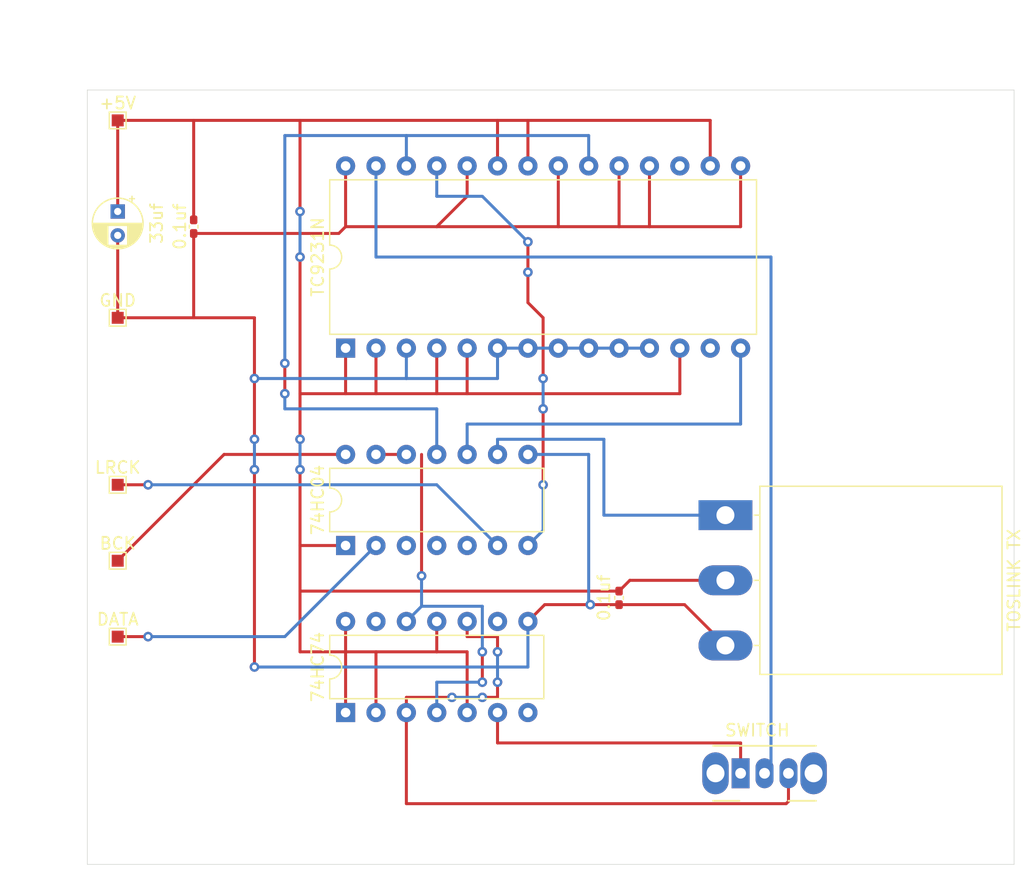
<source format=kicad_pcb>
(kicad_pcb (version 20171130) (host pcbnew "(5.1.12)-1")

  (general
    (thickness 1.6)
    (drawings 4)
    (tracks 176)
    (zones 0)
    (modules 13)
    (nets 1)
  )

  (page A4)
  (layers
    (0 F.Cu signal)
    (31 B.Cu signal)
    (33 F.Adhes user)
    (35 F.Paste user)
    (37 F.SilkS user)
    (39 F.Mask user)
    (40 Dwgs.User user)
    (41 Cmts.User user)
    (42 Eco1.User user)
    (43 Eco2.User user)
    (44 Edge.Cuts user)
    (45 Margin user)
    (46 B.CrtYd user)
    (47 F.CrtYd user)
    (49 F.Fab user)
  )

  (setup
    (last_trace_width 0.25)
    (user_trace_width 0.25)
    (trace_clearance 0.2)
    (zone_clearance 0.508)
    (zone_45_only no)
    (trace_min 0.2)
    (via_size 0.8)
    (via_drill 0.4)
    (via_min_size 0.4)
    (via_min_drill 0.3)
    (user_via 0.8 0.4)
    (uvia_size 0.3)
    (uvia_drill 0.1)
    (uvias_allowed no)
    (uvia_min_size 0.2)
    (uvia_min_drill 0.1)
    (edge_width 0.05)
    (segment_width 0.2)
    (pcb_text_width 0.3)
    (pcb_text_size 1.5 1.5)
    (mod_edge_width 0.12)
    (mod_text_size 1 1)
    (mod_text_width 0.15)
    (pad_size 1.524 1.524)
    (pad_drill 0.762)
    (pad_to_mask_clearance 0)
    (aux_axis_origin 0 0)
    (visible_elements 7FFFFFFF)
    (pcbplotparams
      (layerselection 0x010a8_ffffffff)
      (usegerberextensions false)
      (usegerberattributes true)
      (usegerberadvancedattributes true)
      (creategerberjobfile true)
      (excludeedgelayer true)
      (linewidth 0.100000)
      (plotframeref false)
      (viasonmask false)
      (mode 1)
      (useauxorigin false)
      (hpglpennumber 1)
      (hpglpenspeed 20)
      (hpglpendiameter 15.000000)
      (psnegative false)
      (psa4output false)
      (plotreference true)
      (plotvalue true)
      (plotinvisibletext false)
      (padsonsilk false)
      (subtractmaskfromsilk false)
      (outputformat 1)
      (mirror false)
      (drillshape 0)
      (scaleselection 1)
      (outputdirectory ""))
  )

  (net 0 "")

  (net_class Default "This is the default net class."
    (clearance 0.2)
    (trace_width 0.25)
    (via_dia 0.8)
    (via_drill 0.4)
    (uvia_dia 0.3)
    (uvia_drill 0.1)
  )

  (module Package_DIP:DIP-28_W15.24mm (layer F.Cu) (tedit 5A02E8C5) (tstamp 618C39D9)
    (at 86.36 54.61 90)
    (descr "28-lead though-hole mounted DIP package, row spacing 15.24 mm (600 mils)")
    (tags "THT DIP DIL PDIP 2.54mm 15.24mm 600mil")
    (fp_text reference TC9231N (at 7.62 -2.33 90) (layer F.SilkS)
      (effects (font (size 1 1) (thickness 0.15)))
    )
    (fp_text value DIP-28_W15.24mm (at 7.62 35.35 90) (layer F.Fab)
      (effects (font (size 1 1) (thickness 0.15)))
    )
    (fp_line (start 1.255 -1.27) (end 14.985 -1.27) (layer F.Fab) (width 0.1))
    (fp_line (start 14.985 -1.27) (end 14.985 34.29) (layer F.Fab) (width 0.1))
    (fp_line (start 14.985 34.29) (end 0.255 34.29) (layer F.Fab) (width 0.1))
    (fp_line (start 0.255 34.29) (end 0.255 -0.27) (layer F.Fab) (width 0.1))
    (fp_line (start 0.255 -0.27) (end 1.255 -1.27) (layer F.Fab) (width 0.1))
    (fp_line (start 6.62 -1.33) (end 1.16 -1.33) (layer F.SilkS) (width 0.12))
    (fp_line (start 1.16 -1.33) (end 1.16 34.35) (layer F.SilkS) (width 0.12))
    (fp_line (start 1.16 34.35) (end 14.08 34.35) (layer F.SilkS) (width 0.12))
    (fp_line (start 14.08 34.35) (end 14.08 -1.33) (layer F.SilkS) (width 0.12))
    (fp_line (start 14.08 -1.33) (end 8.62 -1.33) (layer F.SilkS) (width 0.12))
    (fp_line (start -1.05 -1.55) (end -1.05 34.55) (layer F.CrtYd) (width 0.05))
    (fp_line (start -1.05 34.55) (end 16.3 34.55) (layer F.CrtYd) (width 0.05))
    (fp_line (start 16.3 34.55) (end 16.3 -1.55) (layer F.CrtYd) (width 0.05))
    (fp_line (start 16.3 -1.55) (end -1.05 -1.55) (layer F.CrtYd) (width 0.05))
    (fp_arc (start 7.62 -1.33) (end 6.62 -1.33) (angle -180) (layer F.SilkS) (width 0.12))
    (fp_text user %R (at 7.62 16.51 90) (layer F.Fab)
      (effects (font (size 1 1) (thickness 0.15)))
    )
    (pad 1 thru_hole rect (at 0 0 90) (size 1.6 1.6) (drill 0.8) (layers *.Cu *.Mask))
    (pad 15 thru_hole oval (at 15.24 33.02 90) (size 1.6 1.6) (drill 0.8) (layers *.Cu *.Mask))
    (pad 2 thru_hole oval (at 0 2.54 90) (size 1.6 1.6) (drill 0.8) (layers *.Cu *.Mask))
    (pad 16 thru_hole oval (at 15.24 30.48 90) (size 1.6 1.6) (drill 0.8) (layers *.Cu *.Mask))
    (pad 3 thru_hole oval (at 0 5.08 90) (size 1.6 1.6) (drill 0.8) (layers *.Cu *.Mask))
    (pad 17 thru_hole oval (at 15.24 27.94 90) (size 1.6 1.6) (drill 0.8) (layers *.Cu *.Mask))
    (pad 4 thru_hole oval (at 0 7.62 90) (size 1.6 1.6) (drill 0.8) (layers *.Cu *.Mask))
    (pad 18 thru_hole oval (at 15.24 25.4 90) (size 1.6 1.6) (drill 0.8) (layers *.Cu *.Mask))
    (pad 5 thru_hole oval (at 0 10.16 90) (size 1.6 1.6) (drill 0.8) (layers *.Cu *.Mask))
    (pad 19 thru_hole oval (at 15.24 22.86 90) (size 1.6 1.6) (drill 0.8) (layers *.Cu *.Mask))
    (pad 6 thru_hole oval (at 0 12.7 90) (size 1.6 1.6) (drill 0.8) (layers *.Cu *.Mask))
    (pad 20 thru_hole oval (at 15.24 20.32 90) (size 1.6 1.6) (drill 0.8) (layers *.Cu *.Mask))
    (pad 7 thru_hole oval (at 0 15.24 90) (size 1.6 1.6) (drill 0.8) (layers *.Cu *.Mask))
    (pad 21 thru_hole oval (at 15.24 17.78 90) (size 1.6 1.6) (drill 0.8) (layers *.Cu *.Mask))
    (pad 8 thru_hole oval (at 0 17.78 90) (size 1.6 1.6) (drill 0.8) (layers *.Cu *.Mask))
    (pad 22 thru_hole oval (at 15.24 15.24 90) (size 1.6 1.6) (drill 0.8) (layers *.Cu *.Mask))
    (pad 9 thru_hole oval (at 0 20.32 90) (size 1.6 1.6) (drill 0.8) (layers *.Cu *.Mask))
    (pad 23 thru_hole oval (at 15.24 12.7 90) (size 1.6 1.6) (drill 0.8) (layers *.Cu *.Mask))
    (pad 10 thru_hole oval (at 0 22.86 90) (size 1.6 1.6) (drill 0.8) (layers *.Cu *.Mask))
    (pad 24 thru_hole oval (at 15.24 10.16 90) (size 1.6 1.6) (drill 0.8) (layers *.Cu *.Mask))
    (pad 11 thru_hole oval (at 0 25.4 90) (size 1.6 1.6) (drill 0.8) (layers *.Cu *.Mask))
    (pad 25 thru_hole oval (at 15.24 7.62 90) (size 1.6 1.6) (drill 0.8) (layers *.Cu *.Mask))
    (pad 12 thru_hole oval (at 0 27.94 90) (size 1.6 1.6) (drill 0.8) (layers *.Cu *.Mask))
    (pad 26 thru_hole oval (at 15.24 5.08 90) (size 1.6 1.6) (drill 0.8) (layers *.Cu *.Mask))
    (pad 13 thru_hole oval (at 0 30.48 90) (size 1.6 1.6) (drill 0.8) (layers *.Cu *.Mask))
    (pad 27 thru_hole oval (at 15.24 2.54 90) (size 1.6 1.6) (drill 0.8) (layers *.Cu *.Mask))
    (pad 14 thru_hole oval (at 0 33.02 90) (size 1.6 1.6) (drill 0.8) (layers *.Cu *.Mask))
    (pad 28 thru_hole oval (at 15.24 0 90) (size 1.6 1.6) (drill 0.8) (layers *.Cu *.Mask))
    (model ${KISYS3DMOD}/Package_DIP.3dshapes/DIP-28_W15.24mm.wrl
      (at (xyz 0 0 0))
      (scale (xyz 1 1 1))
      (rotate (xyz 0 0 0))
    )
  )

  (module Package_TO_SOT_THT:TO-3P-3_Horizontal_TabDown (layer F.Cu) (tedit 5AC8701B) (tstamp 618C9CDF)
    (at 118.11 68.58 270)
    (descr "TO-3P-3, Horizontal, RM 5.45mm, , see https://toshiba.semicon-storage.com/ap-en/design-support/package/detail.TO-3P(N).html")
    (tags "TO-3P-3 Horizontal RM 5.45mm ")
    (fp_text reference "TOSLINK TX" (at 5.45 -24.12 90) (layer F.SilkS)
      (effects (font (size 1 1) (thickness 0.15)))
    )
    (fp_text value TO-3P-3_Horizontal_TabDown (at 5.45 3.25 90) (layer F.Fab)
      (effects (font (size 1 1) (thickness 0.15)))
    )
    (fp_line (start 13.45 -23.25) (end -2.55 -23.25) (layer F.CrtYd) (width 0.05))
    (fp_line (start 13.45 2.5) (end 13.45 -23.25) (layer F.CrtYd) (width 0.05))
    (fp_line (start -2.55 2.5) (end 13.45 2.5) (layer F.CrtYd) (width 0.05))
    (fp_line (start -2.55 -23.25) (end -2.55 2.5) (layer F.CrtYd) (width 0.05))
    (fp_line (start 10.9 -2.88) (end 10.9 -2.4) (layer F.SilkS) (width 0.12))
    (fp_line (start 5.45 -2.88) (end 5.45 -2.4) (layer F.SilkS) (width 0.12))
    (fp_line (start 0 -2.88) (end 0 -2.4) (layer F.SilkS) (width 0.12))
    (fp_line (start 13.32 -23.12) (end 13.32 -2.88) (layer F.SilkS) (width 0.12))
    (fp_line (start -2.42 -23.12) (end -2.42 -2.88) (layer F.SilkS) (width 0.12))
    (fp_line (start -2.42 -23.12) (end 13.32 -23.12) (layer F.SilkS) (width 0.12))
    (fp_line (start -2.42 -2.88) (end 13.32 -2.88) (layer F.SilkS) (width 0.12))
    (fp_line (start 10.9 -3) (end 10.9 0) (layer F.Fab) (width 0.1))
    (fp_line (start 5.45 -3) (end 5.45 0) (layer F.Fab) (width 0.1))
    (fp_line (start 0 -3) (end 0 0) (layer F.Fab) (width 0.1))
    (fp_line (start 13.2 -3) (end -2.3 -3) (layer F.Fab) (width 0.1))
    (fp_line (start 13.2 -18.8) (end 13.2 -3) (layer F.Fab) (width 0.1))
    (fp_line (start 11.01 -22.3) (end 13.2 -18.8) (layer F.Fab) (width 0.1))
    (fp_line (start -0.11 -22.3) (end 11.01 -22.3) (layer F.Fab) (width 0.1))
    (fp_line (start -2.3 -18.8) (end -0.11 -22.3) (layer F.Fab) (width 0.1))
    (fp_line (start -2.3 -3) (end -2.3 -18.8) (layer F.Fab) (width 0.1))
    (fp_line (start 13.2 -21) (end 13.2 -18.8) (layer F.Fab) (width 0.1))
    (fp_line (start 12.05 -23) (end 13.2 -21) (layer F.Fab) (width 0.1))
    (fp_line (start -1.15 -23) (end 12.05 -23) (layer F.Fab) (width 0.1))
    (fp_line (start -2.3 -21) (end -1.15 -23) (layer F.Fab) (width 0.1))
    (fp_line (start -2.3 -18.8) (end -2.3 -21) (layer F.Fab) (width 0.1))
    (fp_circle (center 5.45 -18.8) (end 7.05 -18.8) (layer F.Fab) (width 0.1))
    (fp_text user %R (at 5.45 -24.12 90) (layer F.Fab)
      (effects (font (size 1 1) (thickness 0.15)))
    )
    (pad 3 thru_hole oval (at 10.9 0 270) (size 2.5 4.5) (drill 1.5) (layers *.Cu *.Mask))
    (pad 2 thru_hole oval (at 5.45 0 270) (size 2.5 4.5) (drill 1.5) (layers *.Cu *.Mask))
    (pad 1 thru_hole rect (at 0 0 270) (size 2.5 4.5) (drill 1.5) (layers *.Cu *.Mask))
    (pad "" np_thru_hole oval (at 5.45 -18.8 270) (size 3.4 3.4) (drill 3.4) (layers *.Cu *.Mask))
    (model ${KISYS3DMOD}/Package_TO_SOT_THT.3dshapes/TO-3P-3_Horizontal_TabDown.wrl
      (at (xyz 0 0 0))
      (scale (xyz 1 1 1))
      (rotate (xyz 0 0 0))
    )
  )

  (module Button_Switch_THT:SW_CuK_OS102011MA1QN1_SPDT_Angled (layer F.Cu) (tedit 5A02FE31) (tstamp 6194F199)
    (at 119.38 90.17)
    (descr "CuK miniature slide switch, OS series, SPDT, right angle, http://www.ckswitches.com/media/1428/os.pdf")
    (tags "switch SPDT")
    (fp_text reference SWITCH (at 1.4 -3.6) (layer F.SilkS)
      (effects (font (size 1 1) (thickness 0.15)))
    )
    (fp_text value SW_CuK_OS102011MA1QN1_SPDT_Angled (at 1.7 7.7) (layer F.Fab)
      (effects (font (size 1 1) (thickness 0.15)))
    )
    (fp_line (start -2.3 -2.2) (end 6.3 -2.2) (layer F.Fab) (width 0.1))
    (fp_line (start -2.3 -2.2) (end -2.3 2.2) (layer F.Fab) (width 0.1))
    (fp_line (start -2.3 2.2) (end 6.3 2.2) (layer F.Fab) (width 0.1))
    (fp_line (start 6.3 2.2) (end 6.3 -2.2) (layer F.Fab) (width 0.1))
    (fp_line (start 2 2.2) (end 2 6.2) (layer F.Fab) (width 0.1))
    (fp_line (start 2 6.2) (end 0 6.2) (layer F.Fab) (width 0.1))
    (fp_line (start 0 6.2) (end 0 2.2) (layer F.Fab) (width 0.1))
    (fp_line (start -2.3 -2.3) (end 6.3 -2.3) (layer F.SilkS) (width 0.15))
    (fp_line (start -2.3 2.3) (end -0.1 2.3) (layer F.SilkS) (width 0.15))
    (fp_line (start 4 2.3) (end 6.3 2.3) (layer F.SilkS) (width 0.15))
    (fp_line (start 7.7 -2.7) (end 7.7 6.7) (layer F.CrtYd) (width 0.05))
    (fp_line (start 7.7 6.7) (end -3.7 6.7) (layer F.CrtYd) (width 0.05))
    (fp_line (start -3.7 6.7) (end -3.7 -2.7) (layer F.CrtYd) (width 0.05))
    (fp_line (start -3.7 -2.7) (end 7.7 -2.7) (layer F.CrtYd) (width 0.05))
    (fp_text user %R (at 2.3 1.7) (layer F.Fab)
      (effects (font (size 0.5 0.5) (thickness 0.1)))
    )
    (pad "" thru_hole oval (at 6.1 0) (size 2.2 3.5) (drill 1.5) (layers *.Cu *.Mask))
    (pad "" thru_hole oval (at -2.1 0) (size 2.2 3.5) (drill 1.5) (layers *.Cu *.Mask))
    (pad 3 thru_hole oval (at 4 0) (size 1.5 2.5) (drill 0.9) (layers *.Cu *.Mask))
    (pad 2 thru_hole oval (at 2 0) (size 1.5 2.5) (drill 0.9) (layers *.Cu *.Mask))
    (pad 1 thru_hole rect (at 0 0) (size 1.5 2.5) (drill 0.9) (layers *.Cu *.Mask))
    (model ${KISYS3DMOD}/Button_Switch_THT.3dshapes/SW_CuK_OS102011MA1QN1_SPDT_Angled.wrl
      (at (xyz 0 0 0))
      (scale (xyz 1 1 1))
      (rotate (xyz 0 0 0))
    )
  )

  (module Capacitor_SMD:C_0402_1005Metric_Pad0.74x0.62mm_HandSolder (layer F.Cu) (tedit 5F6BB22C) (tstamp 6194FF30)
    (at 109.22 75.4975 90)
    (descr "Capacitor SMD 0402 (1005 Metric), square (rectangular) end terminal, IPC_7351 nominal with elongated pad for handsoldering. (Body size source: IPC-SM-782 page 76, https://www.pcb-3d.com/wordpress/wp-content/uploads/ipc-sm-782a_amendment_1_and_2.pdf), generated with kicad-footprint-generator")
    (tags "capacitor handsolder")
    (attr smd)
    (fp_text reference 0.1uf (at 0 -1.27 90) (layer F.SilkS)
      (effects (font (size 1 1) (thickness 0.15)))
    )
    (fp_text value C_0402_1005Metric_Pad0.74x0.62mm_HandSolder (at 0 1.16 90) (layer F.Fab)
      (effects (font (size 1 1) (thickness 0.15)))
    )
    (fp_line (start 1.08 0.46) (end -1.08 0.46) (layer F.CrtYd) (width 0.05))
    (fp_line (start 1.08 -0.46) (end 1.08 0.46) (layer F.CrtYd) (width 0.05))
    (fp_line (start -1.08 -0.46) (end 1.08 -0.46) (layer F.CrtYd) (width 0.05))
    (fp_line (start -1.08 0.46) (end -1.08 -0.46) (layer F.CrtYd) (width 0.05))
    (fp_line (start -0.115835 0.36) (end 0.115835 0.36) (layer F.SilkS) (width 0.12))
    (fp_line (start -0.115835 -0.36) (end 0.115835 -0.36) (layer F.SilkS) (width 0.12))
    (fp_line (start 0.5 0.25) (end -0.5 0.25) (layer F.Fab) (width 0.1))
    (fp_line (start 0.5 -0.25) (end 0.5 0.25) (layer F.Fab) (width 0.1))
    (fp_line (start -0.5 -0.25) (end 0.5 -0.25) (layer F.Fab) (width 0.1))
    (fp_line (start -0.5 0.25) (end -0.5 -0.25) (layer F.Fab) (width 0.1))
    (fp_text user %R (at 0 0 90) (layer F.Fab)
      (effects (font (size 0.25 0.25) (thickness 0.04)))
    )
    (pad 2 smd roundrect (at 0.5675 0 90) (size 0.735 0.62) (layers F.Cu F.Paste F.Mask) (roundrect_rratio 0.25))
    (pad 1 smd roundrect (at -0.5675 0 90) (size 0.735 0.62) (layers F.Cu F.Paste F.Mask) (roundrect_rratio 0.25))
    (model ${KISYS3DMOD}/Capacitor_SMD.3dshapes/C_0402_1005Metric.wrl
      (at (xyz 0 0 0))
      (scale (xyz 1 1 1))
      (rotate (xyz 0 0 0))
    )
  )

  (module Capacitor_SMD:C_0402_1005Metric_Pad0.74x0.62mm_HandSolder (layer F.Cu) (tedit 5F6BB22C) (tstamp 6194FE64)
    (at 73.66 44.45 90)
    (descr "Capacitor SMD 0402 (1005 Metric), square (rectangular) end terminal, IPC_7351 nominal with elongated pad for handsoldering. (Body size source: IPC-SM-782 page 76, https://www.pcb-3d.com/wordpress/wp-content/uploads/ipc-sm-782a_amendment_1_and_2.pdf), generated with kicad-footprint-generator")
    (tags "capacitor handsolder")
    (attr smd)
    (fp_text reference 0.1uf (at 0 -1.16 90) (layer F.SilkS)
      (effects (font (size 1 1) (thickness 0.15)))
    )
    (fp_text value C_0402_1005Metric_Pad0.74x0.62mm_HandSolder (at 0 1.16 90) (layer F.Fab)
      (effects (font (size 1 1) (thickness 0.15)))
    )
    (fp_line (start 1.08 0.46) (end -1.08 0.46) (layer F.CrtYd) (width 0.05))
    (fp_line (start 1.08 -0.46) (end 1.08 0.46) (layer F.CrtYd) (width 0.05))
    (fp_line (start -1.08 -0.46) (end 1.08 -0.46) (layer F.CrtYd) (width 0.05))
    (fp_line (start -1.08 0.46) (end -1.08 -0.46) (layer F.CrtYd) (width 0.05))
    (fp_line (start -0.115835 0.36) (end 0.115835 0.36) (layer F.SilkS) (width 0.12))
    (fp_line (start -0.115835 -0.36) (end 0.115835 -0.36) (layer F.SilkS) (width 0.12))
    (fp_line (start 0.5 0.25) (end -0.5 0.25) (layer F.Fab) (width 0.1))
    (fp_line (start 0.5 -0.25) (end 0.5 0.25) (layer F.Fab) (width 0.1))
    (fp_line (start -0.5 -0.25) (end 0.5 -0.25) (layer F.Fab) (width 0.1))
    (fp_line (start -0.5 0.25) (end -0.5 -0.25) (layer F.Fab) (width 0.1))
    (fp_text user %R (at 0 0 90) (layer F.Fab)
      (effects (font (size 0.25 0.25) (thickness 0.04)))
    )
    (pad 2 smd roundrect (at 0.5675 0 90) (size 0.735 0.62) (layers F.Cu F.Paste F.Mask) (roundrect_rratio 0.25))
    (pad 1 smd roundrect (at -0.5675 0 90) (size 0.735 0.62) (layers F.Cu F.Paste F.Mask) (roundrect_rratio 0.25))
    (model ${KISYS3DMOD}/Capacitor_SMD.3dshapes/C_0402_1005Metric.wrl
      (at (xyz 0 0 0))
      (scale (xyz 1 1 1))
      (rotate (xyz 0 0 0))
    )
  )

  (module TestPoint:TestPoint_Pad_1.0x1.0mm (layer F.Cu) (tedit 5A0F774F) (tstamp 6194F396)
    (at 67.31 78.74)
    (descr "SMD rectangular pad as test Point, square 1.0mm side length")
    (tags "test point SMD pad rectangle square")
    (attr virtual)
    (fp_text reference DATA (at 0 -1.448) (layer F.SilkS)
      (effects (font (size 1 1) (thickness 0.15)))
    )
    (fp_text value TestPoint_Pad_1.0x1.0mm (at 0 1.55) (layer F.Fab)
      (effects (font (size 1 1) (thickness 0.15)))
    )
    (fp_line (start -0.7 -0.7) (end 0.7 -0.7) (layer F.SilkS) (width 0.12))
    (fp_line (start 0.7 -0.7) (end 0.7 0.7) (layer F.SilkS) (width 0.12))
    (fp_line (start 0.7 0.7) (end -0.7 0.7) (layer F.SilkS) (width 0.12))
    (fp_line (start -0.7 0.7) (end -0.7 -0.7) (layer F.SilkS) (width 0.12))
    (fp_line (start -1 -1) (end 1 -1) (layer F.CrtYd) (width 0.05))
    (fp_line (start -1 -1) (end -1 1) (layer F.CrtYd) (width 0.05))
    (fp_line (start 1 1) (end 1 -1) (layer F.CrtYd) (width 0.05))
    (fp_line (start 1 1) (end -1 1) (layer F.CrtYd) (width 0.05))
    (fp_text user %R (at 0 -1.45) (layer F.Fab)
      (effects (font (size 1 1) (thickness 0.15)))
    )
    (pad 1 smd rect (at 0 0) (size 1 1) (layers F.Cu F.Mask))
  )

  (module TestPoint:TestPoint_Pad_1.0x1.0mm (layer F.Cu) (tedit 5A0F774F) (tstamp 6194F30B)
    (at 67.31 72.39)
    (descr "SMD rectangular pad as test Point, square 1.0mm side length")
    (tags "test point SMD pad rectangle square")
    (attr virtual)
    (fp_text reference BCK (at 0 -1.448) (layer F.SilkS)
      (effects (font (size 1 1) (thickness 0.15)))
    )
    (fp_text value TestPoint_Pad_1.0x1.0mm (at 0 1.55) (layer F.Fab)
      (effects (font (size 1 1) (thickness 0.15)))
    )
    (fp_line (start -0.7 -0.7) (end 0.7 -0.7) (layer F.SilkS) (width 0.12))
    (fp_line (start 0.7 -0.7) (end 0.7 0.7) (layer F.SilkS) (width 0.12))
    (fp_line (start 0.7 0.7) (end -0.7 0.7) (layer F.SilkS) (width 0.12))
    (fp_line (start -0.7 0.7) (end -0.7 -0.7) (layer F.SilkS) (width 0.12))
    (fp_line (start -1 -1) (end 1 -1) (layer F.CrtYd) (width 0.05))
    (fp_line (start -1 -1) (end -1 1) (layer F.CrtYd) (width 0.05))
    (fp_line (start 1 1) (end 1 -1) (layer F.CrtYd) (width 0.05))
    (fp_line (start 1 1) (end -1 1) (layer F.CrtYd) (width 0.05))
    (fp_text user %R (at 0 -1.45) (layer F.Fab)
      (effects (font (size 1 1) (thickness 0.15)))
    )
    (pad 1 smd rect (at 0 0) (size 1 1) (layers F.Cu F.Mask))
  )

  (module TestPoint:TestPoint_Pad_1.0x1.0mm (layer F.Cu) (tedit 5A0F774F) (tstamp 6194F2C9)
    (at 67.31 66.04)
    (descr "SMD rectangular pad as test Point, square 1.0mm side length")
    (tags "test point SMD pad rectangle square")
    (attr virtual)
    (fp_text reference LRCK (at 0 -1.448) (layer F.SilkS)
      (effects (font (size 1 1) (thickness 0.15)))
    )
    (fp_text value TestPoint_Pad_1.0x1.0mm (at 0 1.55) (layer F.Fab)
      (effects (font (size 1 1) (thickness 0.15)))
    )
    (fp_line (start -0.7 -0.7) (end 0.7 -0.7) (layer F.SilkS) (width 0.12))
    (fp_line (start 0.7 -0.7) (end 0.7 0.7) (layer F.SilkS) (width 0.12))
    (fp_line (start 0.7 0.7) (end -0.7 0.7) (layer F.SilkS) (width 0.12))
    (fp_line (start -0.7 0.7) (end -0.7 -0.7) (layer F.SilkS) (width 0.12))
    (fp_line (start -1 -1) (end 1 -1) (layer F.CrtYd) (width 0.05))
    (fp_line (start -1 -1) (end -1 1) (layer F.CrtYd) (width 0.05))
    (fp_line (start 1 1) (end 1 -1) (layer F.CrtYd) (width 0.05))
    (fp_line (start 1 1) (end -1 1) (layer F.CrtYd) (width 0.05))
    (fp_text user %R (at 0 -1.45) (layer F.Fab)
      (effects (font (size 1 1) (thickness 0.15)))
    )
    (pad 1 smd rect (at 0 0) (size 1 1) (layers F.Cu F.Mask))
  )

  (module TestPoint:TestPoint_Pad_1.0x1.0mm (layer F.Cu) (tedit 5A0F774F) (tstamp 6194C9E4)
    (at 67.31 52.07)
    (descr "SMD rectangular pad as test Point, square 1.0mm side length")
    (tags "test point SMD pad rectangle square")
    (attr virtual)
    (fp_text reference GND (at 0 -1.448) (layer F.SilkS)
      (effects (font (size 1 1) (thickness 0.15)))
    )
    (fp_text value TestPoint_Pad_1.0x1.0mm (at 0 1.55) (layer F.Fab)
      (effects (font (size 1 1) (thickness 0.15)))
    )
    (fp_line (start -0.7 -0.7) (end 0.7 -0.7) (layer F.SilkS) (width 0.12))
    (fp_line (start 0.7 -0.7) (end 0.7 0.7) (layer F.SilkS) (width 0.12))
    (fp_line (start 0.7 0.7) (end -0.7 0.7) (layer F.SilkS) (width 0.12))
    (fp_line (start -0.7 0.7) (end -0.7 -0.7) (layer F.SilkS) (width 0.12))
    (fp_line (start -1 -1) (end 1 -1) (layer F.CrtYd) (width 0.05))
    (fp_line (start -1 -1) (end -1 1) (layer F.CrtYd) (width 0.05))
    (fp_line (start 1 1) (end 1 -1) (layer F.CrtYd) (width 0.05))
    (fp_line (start 1 1) (end -1 1) (layer F.CrtYd) (width 0.05))
    (fp_text user %R (at 0 -1.45) (layer F.Fab)
      (effects (font (size 1 1) (thickness 0.15)))
    )
    (pad 1 smd rect (at 0 0) (size 1 1) (layers F.Cu F.Mask))
  )

  (module TestPoint:TestPoint_Pad_1.0x1.0mm (layer F.Cu) (tedit 5A0F774F) (tstamp 618CAA51)
    (at 67.31 35.56)
    (descr "SMD rectangular pad as test Point, square 1.0mm side length")
    (tags "test point SMD pad rectangle square")
    (attr virtual)
    (fp_text reference +5V (at 0 -1.448) (layer F.SilkS)
      (effects (font (size 1 1) (thickness 0.15)))
    )
    (fp_text value TestPoint_Pad_1.0x1.0mm (at 0 1.55) (layer F.Fab)
      (effects (font (size 1 1) (thickness 0.15)))
    )
    (fp_line (start 1 1) (end -1 1) (layer F.CrtYd) (width 0.05))
    (fp_line (start 1 1) (end 1 -1) (layer F.CrtYd) (width 0.05))
    (fp_line (start -1 -1) (end -1 1) (layer F.CrtYd) (width 0.05))
    (fp_line (start -1 -1) (end 1 -1) (layer F.CrtYd) (width 0.05))
    (fp_line (start -0.7 0.7) (end -0.7 -0.7) (layer F.SilkS) (width 0.12))
    (fp_line (start 0.7 0.7) (end -0.7 0.7) (layer F.SilkS) (width 0.12))
    (fp_line (start 0.7 -0.7) (end 0.7 0.7) (layer F.SilkS) (width 0.12))
    (fp_line (start -0.7 -0.7) (end 0.7 -0.7) (layer F.SilkS) (width 0.12))
    (fp_text user %R (at 0 -1.45) (layer F.Fab)
      (effects (font (size 1 1) (thickness 0.15)))
    )
    (pad 1 smd rect (at 0 0) (size 1 1) (layers F.Cu F.Mask))
  )

  (module Capacitor_THT:CP_Radial_D4.0mm_P2.00mm (layer F.Cu) (tedit 5AE50EF0) (tstamp 618C608B)
    (at 67.31 43.18 270)
    (descr "CP, Radial series, Radial, pin pitch=2.00mm, , diameter=4mm, Electrolytic Capacitor")
    (tags "CP Radial series Radial pin pitch 2.00mm  diameter 4mm Electrolytic Capacitor")
    (fp_text reference 33uf (at 1 -3.25 90) (layer F.SilkS)
      (effects (font (size 1 1) (thickness 0.15)))
    )
    (fp_text value CP_Radial_D4.0mm_P2.00mm (at 1 3.25 90) (layer F.Fab)
      (effects (font (size 1 1) (thickness 0.15)))
    )
    (fp_line (start -1.069801 -1.395) (end -1.069801 -0.995) (layer F.SilkS) (width 0.12))
    (fp_line (start -1.269801 -1.195) (end -0.869801 -1.195) (layer F.SilkS) (width 0.12))
    (fp_line (start 3.081 -0.37) (end 3.081 0.37) (layer F.SilkS) (width 0.12))
    (fp_line (start 3.041 -0.537) (end 3.041 0.537) (layer F.SilkS) (width 0.12))
    (fp_line (start 3.001 -0.664) (end 3.001 0.664) (layer F.SilkS) (width 0.12))
    (fp_line (start 2.961 -0.768) (end 2.961 0.768) (layer F.SilkS) (width 0.12))
    (fp_line (start 2.921 -0.859) (end 2.921 0.859) (layer F.SilkS) (width 0.12))
    (fp_line (start 2.881 -0.94) (end 2.881 0.94) (layer F.SilkS) (width 0.12))
    (fp_line (start 2.841 -1.013) (end 2.841 1.013) (layer F.SilkS) (width 0.12))
    (fp_line (start 2.801 0.84) (end 2.801 1.08) (layer F.SilkS) (width 0.12))
    (fp_line (start 2.801 -1.08) (end 2.801 -0.84) (layer F.SilkS) (width 0.12))
    (fp_line (start 2.761 0.84) (end 2.761 1.142) (layer F.SilkS) (width 0.12))
    (fp_line (start 2.761 -1.142) (end 2.761 -0.84) (layer F.SilkS) (width 0.12))
    (fp_line (start 2.721 0.84) (end 2.721 1.2) (layer F.SilkS) (width 0.12))
    (fp_line (start 2.721 -1.2) (end 2.721 -0.84) (layer F.SilkS) (width 0.12))
    (fp_line (start 2.681 0.84) (end 2.681 1.254) (layer F.SilkS) (width 0.12))
    (fp_line (start 2.681 -1.254) (end 2.681 -0.84) (layer F.SilkS) (width 0.12))
    (fp_line (start 2.641 0.84) (end 2.641 1.304) (layer F.SilkS) (width 0.12))
    (fp_line (start 2.641 -1.304) (end 2.641 -0.84) (layer F.SilkS) (width 0.12))
    (fp_line (start 2.601 0.84) (end 2.601 1.351) (layer F.SilkS) (width 0.12))
    (fp_line (start 2.601 -1.351) (end 2.601 -0.84) (layer F.SilkS) (width 0.12))
    (fp_line (start 2.561 0.84) (end 2.561 1.396) (layer F.SilkS) (width 0.12))
    (fp_line (start 2.561 -1.396) (end 2.561 -0.84) (layer F.SilkS) (width 0.12))
    (fp_line (start 2.521 0.84) (end 2.521 1.438) (layer F.SilkS) (width 0.12))
    (fp_line (start 2.521 -1.438) (end 2.521 -0.84) (layer F.SilkS) (width 0.12))
    (fp_line (start 2.481 0.84) (end 2.481 1.478) (layer F.SilkS) (width 0.12))
    (fp_line (start 2.481 -1.478) (end 2.481 -0.84) (layer F.SilkS) (width 0.12))
    (fp_line (start 2.441 0.84) (end 2.441 1.516) (layer F.SilkS) (width 0.12))
    (fp_line (start 2.441 -1.516) (end 2.441 -0.84) (layer F.SilkS) (width 0.12))
    (fp_line (start 2.401 0.84) (end 2.401 1.552) (layer F.SilkS) (width 0.12))
    (fp_line (start 2.401 -1.552) (end 2.401 -0.84) (layer F.SilkS) (width 0.12))
    (fp_line (start 2.361 0.84) (end 2.361 1.587) (layer F.SilkS) (width 0.12))
    (fp_line (start 2.361 -1.587) (end 2.361 -0.84) (layer F.SilkS) (width 0.12))
    (fp_line (start 2.321 0.84) (end 2.321 1.619) (layer F.SilkS) (width 0.12))
    (fp_line (start 2.321 -1.619) (end 2.321 -0.84) (layer F.SilkS) (width 0.12))
    (fp_line (start 2.281 0.84) (end 2.281 1.65) (layer F.SilkS) (width 0.12))
    (fp_line (start 2.281 -1.65) (end 2.281 -0.84) (layer F.SilkS) (width 0.12))
    (fp_line (start 2.241 0.84) (end 2.241 1.68) (layer F.SilkS) (width 0.12))
    (fp_line (start 2.241 -1.68) (end 2.241 -0.84) (layer F.SilkS) (width 0.12))
    (fp_line (start 2.201 0.84) (end 2.201 1.708) (layer F.SilkS) (width 0.12))
    (fp_line (start 2.201 -1.708) (end 2.201 -0.84) (layer F.SilkS) (width 0.12))
    (fp_line (start 2.161 0.84) (end 2.161 1.735) (layer F.SilkS) (width 0.12))
    (fp_line (start 2.161 -1.735) (end 2.161 -0.84) (layer F.SilkS) (width 0.12))
    (fp_line (start 2.121 0.84) (end 2.121 1.76) (layer F.SilkS) (width 0.12))
    (fp_line (start 2.121 -1.76) (end 2.121 -0.84) (layer F.SilkS) (width 0.12))
    (fp_line (start 2.081 0.84) (end 2.081 1.785) (layer F.SilkS) (width 0.12))
    (fp_line (start 2.081 -1.785) (end 2.081 -0.84) (layer F.SilkS) (width 0.12))
    (fp_line (start 2.041 0.84) (end 2.041 1.808) (layer F.SilkS) (width 0.12))
    (fp_line (start 2.041 -1.808) (end 2.041 -0.84) (layer F.SilkS) (width 0.12))
    (fp_line (start 2.001 0.84) (end 2.001 1.83) (layer F.SilkS) (width 0.12))
    (fp_line (start 2.001 -1.83) (end 2.001 -0.84) (layer F.SilkS) (width 0.12))
    (fp_line (start 1.961 0.84) (end 1.961 1.851) (layer F.SilkS) (width 0.12))
    (fp_line (start 1.961 -1.851) (end 1.961 -0.84) (layer F.SilkS) (width 0.12))
    (fp_line (start 1.921 0.84) (end 1.921 1.87) (layer F.SilkS) (width 0.12))
    (fp_line (start 1.921 -1.87) (end 1.921 -0.84) (layer F.SilkS) (width 0.12))
    (fp_line (start 1.881 0.84) (end 1.881 1.889) (layer F.SilkS) (width 0.12))
    (fp_line (start 1.881 -1.889) (end 1.881 -0.84) (layer F.SilkS) (width 0.12))
    (fp_line (start 1.841 0.84) (end 1.841 1.907) (layer F.SilkS) (width 0.12))
    (fp_line (start 1.841 -1.907) (end 1.841 -0.84) (layer F.SilkS) (width 0.12))
    (fp_line (start 1.801 0.84) (end 1.801 1.924) (layer F.SilkS) (width 0.12))
    (fp_line (start 1.801 -1.924) (end 1.801 -0.84) (layer F.SilkS) (width 0.12))
    (fp_line (start 1.761 0.84) (end 1.761 1.94) (layer F.SilkS) (width 0.12))
    (fp_line (start 1.761 -1.94) (end 1.761 -0.84) (layer F.SilkS) (width 0.12))
    (fp_line (start 1.721 0.84) (end 1.721 1.954) (layer F.SilkS) (width 0.12))
    (fp_line (start 1.721 -1.954) (end 1.721 -0.84) (layer F.SilkS) (width 0.12))
    (fp_line (start 1.68 0.84) (end 1.68 1.968) (layer F.SilkS) (width 0.12))
    (fp_line (start 1.68 -1.968) (end 1.68 -0.84) (layer F.SilkS) (width 0.12))
    (fp_line (start 1.64 0.84) (end 1.64 1.982) (layer F.SilkS) (width 0.12))
    (fp_line (start 1.64 -1.982) (end 1.64 -0.84) (layer F.SilkS) (width 0.12))
    (fp_line (start 1.6 0.84) (end 1.6 1.994) (layer F.SilkS) (width 0.12))
    (fp_line (start 1.6 -1.994) (end 1.6 -0.84) (layer F.SilkS) (width 0.12))
    (fp_line (start 1.56 0.84) (end 1.56 2.005) (layer F.SilkS) (width 0.12))
    (fp_line (start 1.56 -2.005) (end 1.56 -0.84) (layer F.SilkS) (width 0.12))
    (fp_line (start 1.52 0.84) (end 1.52 2.016) (layer F.SilkS) (width 0.12))
    (fp_line (start 1.52 -2.016) (end 1.52 -0.84) (layer F.SilkS) (width 0.12))
    (fp_line (start 1.48 0.84) (end 1.48 2.025) (layer F.SilkS) (width 0.12))
    (fp_line (start 1.48 -2.025) (end 1.48 -0.84) (layer F.SilkS) (width 0.12))
    (fp_line (start 1.44 0.84) (end 1.44 2.034) (layer F.SilkS) (width 0.12))
    (fp_line (start 1.44 -2.034) (end 1.44 -0.84) (layer F.SilkS) (width 0.12))
    (fp_line (start 1.4 0.84) (end 1.4 2.042) (layer F.SilkS) (width 0.12))
    (fp_line (start 1.4 -2.042) (end 1.4 -0.84) (layer F.SilkS) (width 0.12))
    (fp_line (start 1.36 0.84) (end 1.36 2.05) (layer F.SilkS) (width 0.12))
    (fp_line (start 1.36 -2.05) (end 1.36 -0.84) (layer F.SilkS) (width 0.12))
    (fp_line (start 1.32 0.84) (end 1.32 2.056) (layer F.SilkS) (width 0.12))
    (fp_line (start 1.32 -2.056) (end 1.32 -0.84) (layer F.SilkS) (width 0.12))
    (fp_line (start 1.28 0.84) (end 1.28 2.062) (layer F.SilkS) (width 0.12))
    (fp_line (start 1.28 -2.062) (end 1.28 -0.84) (layer F.SilkS) (width 0.12))
    (fp_line (start 1.24 0.84) (end 1.24 2.067) (layer F.SilkS) (width 0.12))
    (fp_line (start 1.24 -2.067) (end 1.24 -0.84) (layer F.SilkS) (width 0.12))
    (fp_line (start 1.2 0.84) (end 1.2 2.071) (layer F.SilkS) (width 0.12))
    (fp_line (start 1.2 -2.071) (end 1.2 -0.84) (layer F.SilkS) (width 0.12))
    (fp_line (start 1.16 -2.074) (end 1.16 2.074) (layer F.SilkS) (width 0.12))
    (fp_line (start 1.12 -2.077) (end 1.12 2.077) (layer F.SilkS) (width 0.12))
    (fp_line (start 1.08 -2.079) (end 1.08 2.079) (layer F.SilkS) (width 0.12))
    (fp_line (start 1.04 -2.08) (end 1.04 2.08) (layer F.SilkS) (width 0.12))
    (fp_line (start 1 -2.08) (end 1 2.08) (layer F.SilkS) (width 0.12))
    (fp_line (start -0.502554 -1.0675) (end -0.502554 -0.6675) (layer F.Fab) (width 0.1))
    (fp_line (start -0.702554 -0.8675) (end -0.302554 -0.8675) (layer F.Fab) (width 0.1))
    (fp_circle (center 1 0) (end 3.25 0) (layer F.CrtYd) (width 0.05))
    (fp_circle (center 1 0) (end 3.12 0) (layer F.SilkS) (width 0.12))
    (fp_circle (center 1 0) (end 3 0) (layer F.Fab) (width 0.1))
    (fp_text user %R (at 1 0 90) (layer F.Fab)
      (effects (font (size 0.8 0.8) (thickness 0.12)))
    )
    (pad 2 thru_hole circle (at 2 0 270) (size 1.2 1.2) (drill 0.6) (layers *.Cu *.Mask))
    (pad 1 thru_hole rect (at 0 0 270) (size 1.2 1.2) (drill 0.6) (layers *.Cu *.Mask))
    (model ${KISYS3DMOD}/Capacitor_THT.3dshapes/CP_Radial_D4.0mm_P2.00mm.wrl
      (at (xyz 0 0 0))
      (scale (xyz 1 1 1))
      (rotate (xyz 0 0 0))
    )
  )

  (module Package_DIP:DIP-14_W7.62mm (layer F.Cu) (tedit 5A02E8C5) (tstamp 618C4366)
    (at 86.36 85.09 90)
    (descr "14-lead though-hole mounted DIP package, row spacing 7.62 mm (300 mils)")
    (tags "THT DIP DIL PDIP 2.54mm 7.62mm 300mil")
    (fp_text reference 74HC74 (at 3.81 -2.33 90) (layer F.SilkS)
      (effects (font (size 1 1) (thickness 0.15)))
    )
    (fp_text value DIP-14_W7.62mm (at 3.81 17.57 90) (layer F.Fab)
      (effects (font (size 1 1) (thickness 0.15)))
    )
    (fp_line (start 8.7 -1.55) (end -1.1 -1.55) (layer F.CrtYd) (width 0.05))
    (fp_line (start 8.7 16.8) (end 8.7 -1.55) (layer F.CrtYd) (width 0.05))
    (fp_line (start -1.1 16.8) (end 8.7 16.8) (layer F.CrtYd) (width 0.05))
    (fp_line (start -1.1 -1.55) (end -1.1 16.8) (layer F.CrtYd) (width 0.05))
    (fp_line (start 6.46 -1.33) (end 4.81 -1.33) (layer F.SilkS) (width 0.12))
    (fp_line (start 6.46 16.57) (end 6.46 -1.33) (layer F.SilkS) (width 0.12))
    (fp_line (start 1.16 16.57) (end 6.46 16.57) (layer F.SilkS) (width 0.12))
    (fp_line (start 1.16 -1.33) (end 1.16 16.57) (layer F.SilkS) (width 0.12))
    (fp_line (start 2.81 -1.33) (end 1.16 -1.33) (layer F.SilkS) (width 0.12))
    (fp_line (start 0.635 -0.27) (end 1.635 -1.27) (layer F.Fab) (width 0.1))
    (fp_line (start 0.635 16.51) (end 0.635 -0.27) (layer F.Fab) (width 0.1))
    (fp_line (start 6.985 16.51) (end 0.635 16.51) (layer F.Fab) (width 0.1))
    (fp_line (start 6.985 -1.27) (end 6.985 16.51) (layer F.Fab) (width 0.1))
    (fp_line (start 1.635 -1.27) (end 6.985 -1.27) (layer F.Fab) (width 0.1))
    (fp_text user %R (at 3.81 7.62 90) (layer F.Fab)
      (effects (font (size 1 1) (thickness 0.15)))
    )
    (fp_arc (start 3.81 -1.33) (end 2.81 -1.33) (angle -180) (layer F.SilkS) (width 0.12))
    (pad 14 thru_hole oval (at 7.62 0 90) (size 1.6 1.6) (drill 0.8) (layers *.Cu *.Mask))
    (pad 7 thru_hole oval (at 0 15.24 90) (size 1.6 1.6) (drill 0.8) (layers *.Cu *.Mask))
    (pad 13 thru_hole oval (at 7.62 2.54 90) (size 1.6 1.6) (drill 0.8) (layers *.Cu *.Mask))
    (pad 6 thru_hole oval (at 0 12.7 90) (size 1.6 1.6) (drill 0.8) (layers *.Cu *.Mask))
    (pad 12 thru_hole oval (at 7.62 5.08 90) (size 1.6 1.6) (drill 0.8) (layers *.Cu *.Mask))
    (pad 5 thru_hole oval (at 0 10.16 90) (size 1.6 1.6) (drill 0.8) (layers *.Cu *.Mask))
    (pad 11 thru_hole oval (at 7.62 7.62 90) (size 1.6 1.6) (drill 0.8) (layers *.Cu *.Mask))
    (pad 4 thru_hole oval (at 0 7.62 90) (size 1.6 1.6) (drill 0.8) (layers *.Cu *.Mask))
    (pad 10 thru_hole oval (at 7.62 10.16 90) (size 1.6 1.6) (drill 0.8) (layers *.Cu *.Mask))
    (pad 3 thru_hole oval (at 0 5.08 90) (size 1.6 1.6) (drill 0.8) (layers *.Cu *.Mask))
    (pad 9 thru_hole oval (at 7.62 12.7 90) (size 1.6 1.6) (drill 0.8) (layers *.Cu *.Mask))
    (pad 2 thru_hole oval (at 0 2.54 90) (size 1.6 1.6) (drill 0.8) (layers *.Cu *.Mask))
    (pad 8 thru_hole oval (at 7.62 15.24 90) (size 1.6 1.6) (drill 0.8) (layers *.Cu *.Mask))
    (pad 1 thru_hole rect (at 0 0 90) (size 1.6 1.6) (drill 0.8) (layers *.Cu *.Mask))
    (model ${KISYS3DMOD}/Package_DIP.3dshapes/DIP-14_W7.62mm.wrl
      (at (xyz 0 0 0))
      (scale (xyz 1 1 1))
      (rotate (xyz 0 0 0))
    )
  )

  (module Package_DIP:DIP-14_W7.62mm (layer F.Cu) (tedit 5A02E8C5) (tstamp 618C4049)
    (at 86.36 71.12 90)
    (descr "14-lead though-hole mounted DIP package, row spacing 7.62 mm (300 mils)")
    (tags "THT DIP DIL PDIP 2.54mm 7.62mm 300mil")
    (fp_text reference 74HC04 (at 3.81 -2.33 90) (layer F.SilkS)
      (effects (font (size 1 1) (thickness 0.15)))
    )
    (fp_text value DIP-14_W7.62mm (at 3.81 17.57 90) (layer F.Fab)
      (effects (font (size 1 1) (thickness 0.15)))
    )
    (fp_line (start 8.7 -1.55) (end -1.1 -1.55) (layer F.CrtYd) (width 0.05))
    (fp_line (start 8.7 16.8) (end 8.7 -1.55) (layer F.CrtYd) (width 0.05))
    (fp_line (start -1.1 16.8) (end 8.7 16.8) (layer F.CrtYd) (width 0.05))
    (fp_line (start -1.1 -1.55) (end -1.1 16.8) (layer F.CrtYd) (width 0.05))
    (fp_line (start 6.46 -1.33) (end 4.81 -1.33) (layer F.SilkS) (width 0.12))
    (fp_line (start 6.46 16.57) (end 6.46 -1.33) (layer F.SilkS) (width 0.12))
    (fp_line (start 1.16 16.57) (end 6.46 16.57) (layer F.SilkS) (width 0.12))
    (fp_line (start 1.16 -1.33) (end 1.16 16.57) (layer F.SilkS) (width 0.12))
    (fp_line (start 2.81 -1.33) (end 1.16 -1.33) (layer F.SilkS) (width 0.12))
    (fp_line (start 0.635 -0.27) (end 1.635 -1.27) (layer F.Fab) (width 0.1))
    (fp_line (start 0.635 16.51) (end 0.635 -0.27) (layer F.Fab) (width 0.1))
    (fp_line (start 6.985 16.51) (end 0.635 16.51) (layer F.Fab) (width 0.1))
    (fp_line (start 6.985 -1.27) (end 6.985 16.51) (layer F.Fab) (width 0.1))
    (fp_line (start 1.635 -1.27) (end 6.985 -1.27) (layer F.Fab) (width 0.1))
    (fp_text user %R (at 3.81 7.62 90) (layer F.Fab)
      (effects (font (size 1 1) (thickness 0.15)))
    )
    (fp_arc (start 3.81 -1.33) (end 2.81 -1.33) (angle -180) (layer F.SilkS) (width 0.12))
    (pad 14 thru_hole oval (at 7.62 0 90) (size 1.6 1.6) (drill 0.8) (layers *.Cu *.Mask))
    (pad 7 thru_hole oval (at 0 15.24 90) (size 1.6 1.6) (drill 0.8) (layers *.Cu *.Mask))
    (pad 13 thru_hole oval (at 7.62 2.54 90) (size 1.6 1.6) (drill 0.8) (layers *.Cu *.Mask))
    (pad 6 thru_hole oval (at 0 12.7 90) (size 1.6 1.6) (drill 0.8) (layers *.Cu *.Mask))
    (pad 12 thru_hole oval (at 7.62 5.08 90) (size 1.6 1.6) (drill 0.8) (layers *.Cu *.Mask))
    (pad 5 thru_hole oval (at 0 10.16 90) (size 1.6 1.6) (drill 0.8) (layers *.Cu *.Mask))
    (pad 11 thru_hole oval (at 7.62 7.62 90) (size 1.6 1.6) (drill 0.8) (layers *.Cu *.Mask))
    (pad 4 thru_hole oval (at 0 7.62 90) (size 1.6 1.6) (drill 0.8) (layers *.Cu *.Mask))
    (pad 10 thru_hole oval (at 7.62 10.16 90) (size 1.6 1.6) (drill 0.8) (layers *.Cu *.Mask))
    (pad 3 thru_hole oval (at 0 5.08 90) (size 1.6 1.6) (drill 0.8) (layers *.Cu *.Mask))
    (pad 9 thru_hole oval (at 7.62 12.7 90) (size 1.6 1.6) (drill 0.8) (layers *.Cu *.Mask))
    (pad 2 thru_hole oval (at 0 2.54 90) (size 1.6 1.6) (drill 0.8) (layers *.Cu *.Mask))
    (pad 8 thru_hole oval (at 7.62 15.24 90) (size 1.6 1.6) (drill 0.8) (layers *.Cu *.Mask))
    (pad 1 thru_hole rect (at 0 0 90) (size 1.6 1.6) (drill 0.8) (layers *.Cu *.Mask))
    (model ${KISYS3DMOD}/Package_DIP.3dshapes/DIP-14_W7.62mm.wrl
      (at (xyz 0 0 0))
      (scale (xyz 1 1 1))
      (rotate (xyz 0 0 0))
    )
  )

  (gr_line (start 64.77 97.79) (end 64.77 33.02) (layer Edge.Cuts) (width 0.05) (tstamp 619521AA))
  (gr_line (start 142.24 97.79) (end 64.77 97.79) (layer Edge.Cuts) (width 0.05))
  (gr_line (start 142.24 33.02) (end 142.24 97.79) (layer Edge.Cuts) (width 0.05))
  (gr_line (start 64.77 33.02) (end 142.24 33.02) (layer Edge.Cuts) (width 0.05))

  (segment (start 67.31 43.18) (end 67.31 35.56) (width 0.25) (layer F.Cu) (net 0))
  (segment (start 67.31 45.18) (end 67.31 52.07) (width 0.25) (layer F.Cu) (net 0))
  (segment (start 116.84 35.56) (end 116.84 39.37) (width 0.25) (layer F.Cu) (net 0))
  (segment (start 73.66 43.8825) (end 73.66 35.56) (width 0.25) (layer F.Cu) (net 0))
  (segment (start 73.66 45.0175) (end 73.66 52.07) (width 0.25) (layer F.Cu) (net 0))
  (segment (start 73.66 52.07) (end 67.31 52.07) (width 0.25) (layer F.Cu) (net 0))
  (segment (start 99.06 39.37) (end 99.06 35.56) (width 0.25) (layer F.Cu) (net 0))
  (segment (start 99.06 35.56) (end 116.84 35.56) (width 0.25) (layer F.Cu) (net 0))
  (segment (start 67.31 35.56) (end 99.06 35.56) (width 0.25) (layer F.Cu) (net 0))
  (segment (start 101.6 39.37) (end 101.6 35.56) (width 0.25) (layer F.Cu) (net 0))
  (segment (start 73.66 45.0175) (end 85.7925 45.0175) (width 0.25) (layer F.Cu) (net 0))
  (segment (start 86.36 44.45) (end 85.7925 45.0175) (width 0.25) (layer F.Cu) (net 0))
  (segment (start 86.36 39.37) (end 86.36 44.45) (width 0.25) (layer F.Cu) (net 0))
  (segment (start 96.52 39.37) (end 96.52 41.91) (width 0.25) (layer F.Cu) (net 0))
  (segment (start 93.98 44.45) (end 86.36 44.45) (width 0.25) (layer F.Cu) (net 0))
  (segment (start 96.52 41.91) (end 93.98 44.45) (width 0.25) (layer F.Cu) (net 0))
  (segment (start 104.14 39.37) (end 104.14 44.45) (width 0.25) (layer F.Cu) (net 0))
  (segment (start 104.14 44.45) (end 93.98 44.45) (width 0.25) (layer F.Cu) (net 0))
  (segment (start 104.14 44.45) (end 109.22 44.45) (width 0.25) (layer F.Cu) (net 0))
  (segment (start 109.22 44.45) (end 109.22 39.37) (width 0.25) (layer F.Cu) (net 0))
  (segment (start 109.22 44.45) (end 111.76 44.45) (width 0.25) (layer F.Cu) (net 0))
  (segment (start 111.76 44.45) (end 111.76 39.37) (width 0.25) (layer F.Cu) (net 0))
  (segment (start 111.76 44.45) (end 119.38 44.45) (width 0.25) (layer F.Cu) (net 0))
  (segment (start 119.38 44.45) (end 119.38 39.37) (width 0.25) (layer F.Cu) (net 0))
  (segment (start 76.2 63.5) (end 67.31 72.39) (width 0.25) (layer F.Cu) (net 0))
  (segment (start 86.36 63.5) (end 76.2 63.5) (width 0.25) (layer F.Cu) (net 0))
  (segment (start 67.31 66.04) (end 69.85 66.04) (width 0.25) (layer F.Cu) (net 0))
  (segment (start 69.85 66.04) (end 69.85 66.04) (width 0.25) (layer F.Cu) (net 0) (tstamp 619510A3))
  (via (at 69.85 66.04) (size 0.8) (drill 0.4) (layers F.Cu B.Cu) (net 0))
  (segment (start 93.98 66.04) (end 99.06 71.12) (width 0.25) (layer B.Cu) (net 0))
  (segment (start 69.85 66.04) (end 93.98 66.04) (width 0.25) (layer B.Cu) (net 0))
  (segment (start 67.31 78.74) (end 69.85 78.74) (width 0.25) (layer F.Cu) (net 0))
  (segment (start 69.85 78.74) (end 69.85 78.74) (width 0.25) (layer F.Cu) (net 0) (tstamp 619510E5))
  (via (at 69.85 78.74) (size 0.8) (drill 0.4) (layers F.Cu B.Cu) (net 0))
  (segment (start 69.85 78.74) (end 81.28 78.74) (width 0.25) (layer B.Cu) (net 0))
  (segment (start 81.28 78.74) (end 88.9 71.12) (width 0.25) (layer B.Cu) (net 0))
  (segment (start 86.36 71.12) (end 82.55 71.12) (width 0.25) (layer F.Cu) (net 0))
  (segment (start 82.55 71.12) (end 82.55 64.77) (width 0.25) (layer F.Cu) (net 0))
  (segment (start 82.55 64.77) (end 82.55 64.77) (width 0.25) (layer F.Cu) (net 0) (tstamp 6195113A))
  (via (at 82.55 64.77) (size 0.8) (drill 0.4) (layers F.Cu B.Cu) (net 0))
  (via (at 82.55 62.23) (size 0.8) (drill 0.4) (layers F.Cu B.Cu) (net 0))
  (segment (start 82.55 64.77) (end 82.55 62.23) (width 0.25) (layer B.Cu) (net 0))
  (segment (start 82.55 46.99) (end 82.55 46.99) (width 0.25) (layer F.Cu) (net 0) (tstamp 61951154))
  (via (at 82.55 46.99) (size 0.8) (drill 0.4) (layers F.Cu B.Cu) (net 0))
  (via (at 82.55 43.18) (size 0.8) (drill 0.4) (layers F.Cu B.Cu) (net 0))
  (segment (start 82.55 46.99) (end 82.55 43.18) (width 0.25) (layer B.Cu) (net 0))
  (segment (start 82.55 43.18) (end 82.55 35.56) (width 0.25) (layer F.Cu) (net 0))
  (segment (start 82.55 80.01) (end 86.36 80.01) (width 0.25) (layer F.Cu) (net 0))
  (segment (start 86.36 80.01) (end 86.36 77.47) (width 0.25) (layer F.Cu) (net 0))
  (segment (start 86.36 80.01) (end 93.98 80.01) (width 0.25) (layer F.Cu) (net 0))
  (segment (start 93.98 80.01) (end 93.98 77.47) (width 0.25) (layer F.Cu) (net 0))
  (segment (start 86.36 85.09) (end 86.36 80.01) (width 0.25) (layer F.Cu) (net 0))
  (segment (start 88.9 85.09) (end 88.9 80.01) (width 0.25) (layer F.Cu) (net 0))
  (segment (start 96.52 85.09) (end 96.52 80.01) (width 0.25) (layer F.Cu) (net 0))
  (segment (start 96.52 80.01) (end 93.98 80.01) (width 0.25) (layer F.Cu) (net 0))
  (segment (start 109.22 74.93) (end 82.55 74.93) (width 0.25) (layer F.Cu) (net 0))
  (segment (start 82.55 74.93) (end 82.55 80.01) (width 0.25) (layer F.Cu) (net 0))
  (segment (start 82.55 71.12) (end 82.55 74.93) (width 0.25) (layer F.Cu) (net 0))
  (segment (start 103.005 76.065) (end 101.6 77.47) (width 0.25) (layer F.Cu) (net 0))
  (segment (start 109.22 76.065) (end 106.815 76.065) (width 0.25) (layer F.Cu) (net 0))
  (segment (start 101.6 77.47) (end 101.6 81.28) (width 0.25) (layer B.Cu) (net 0))
  (segment (start 101.6 81.28) (end 78.74 81.28) (width 0.25) (layer B.Cu) (net 0))
  (segment (start 78.74 81.28) (end 78.74 81.28) (width 0.25) (layer B.Cu) (net 0) (tstamp 61951298))
  (via (at 78.74 81.28) (size 0.8) (drill 0.4) (layers F.Cu B.Cu) (net 0))
  (via (at 78.74 64.77) (size 0.8) (drill 0.4) (layers F.Cu B.Cu) (net 0))
  (via (at 78.74 62.23) (size 0.8) (drill 0.4) (layers F.Cu B.Cu) (net 0))
  (segment (start 78.74 81.28) (end 78.74 64.77) (width 0.25) (layer F.Cu) (net 0))
  (segment (start 78.74 64.77) (end 78.74 62.23) (width 0.25) (layer B.Cu) (net 0))
  (segment (start 78.74 62.23) (end 78.74 52.07) (width 0.25) (layer F.Cu) (net 0))
  (segment (start 78.74 52.07) (end 73.66 52.07) (width 0.25) (layer F.Cu) (net 0))
  (segment (start 114.695 76.065) (end 118.11 79.48) (width 0.25) (layer F.Cu) (net 0))
  (segment (start 109.22 76.065) (end 114.695 76.065) (width 0.25) (layer F.Cu) (net 0))
  (segment (start 110.12 74.03) (end 109.22 74.93) (width 0.25) (layer F.Cu) (net 0))
  (segment (start 118.11 74.03) (end 110.12 74.03) (width 0.25) (layer F.Cu) (net 0))
  (segment (start 106.815 76.065) (end 103.005 76.065) (width 0.25) (layer F.Cu) (net 0) (tstamp 6195130A))
  (via (at 106.815 76.065) (size 0.8) (drill 0.4) (layers F.Cu B.Cu) (net 0))
  (segment (start 101.6 63.5) (end 106.68 63.5) (width 0.25) (layer B.Cu) (net 0))
  (segment (start 106.68 75.93) (end 106.815 76.065) (width 0.25) (layer B.Cu) (net 0))
  (segment (start 106.68 63.5) (end 106.68 75.93) (width 0.25) (layer B.Cu) (net 0))
  (segment (start 118.11 68.58) (end 107.95 68.58) (width 0.25) (layer B.Cu) (net 0))
  (segment (start 107.95 68.58) (end 107.95 62.23) (width 0.25) (layer B.Cu) (net 0))
  (segment (start 107.95 62.23) (end 99.06 62.23) (width 0.25) (layer B.Cu) (net 0))
  (segment (start 99.06 62.23) (end 99.06 63.5) (width 0.25) (layer B.Cu) (net 0))
  (segment (start 82.55 58.42) (end 86.36 58.42) (width 0.25) (layer F.Cu) (net 0))
  (segment (start 82.55 62.23) (end 82.55 58.42) (width 0.25) (layer F.Cu) (net 0))
  (segment (start 82.55 58.42) (end 82.55 46.99) (width 0.25) (layer F.Cu) (net 0))
  (segment (start 86.36 58.42) (end 86.36 54.61) (width 0.25) (layer F.Cu) (net 0))
  (segment (start 86.36 58.42) (end 88.9 58.42) (width 0.25) (layer F.Cu) (net 0))
  (segment (start 88.9 58.42) (end 88.9 54.61) (width 0.25) (layer F.Cu) (net 0))
  (segment (start 88.9 58.42) (end 93.98 58.42) (width 0.25) (layer F.Cu) (net 0))
  (segment (start 93.98 58.42) (end 93.98 54.61) (width 0.25) (layer F.Cu) (net 0))
  (segment (start 93.98 58.42) (end 96.52 58.42) (width 0.25) (layer F.Cu) (net 0))
  (segment (start 96.52 58.42) (end 96.52 54.61) (width 0.25) (layer F.Cu) (net 0))
  (segment (start 96.52 58.42) (end 114.3 58.42) (width 0.25) (layer F.Cu) (net 0))
  (segment (start 114.3 58.42) (end 114.3 54.61) (width 0.25) (layer F.Cu) (net 0))
  (segment (start 91.44 54.61) (end 91.44 57.15) (width 0.25) (layer B.Cu) (net 0))
  (segment (start 91.44 57.15) (end 99.06 57.15) (width 0.25) (layer B.Cu) (net 0))
  (segment (start 99.06 57.15) (end 99.06 54.61) (width 0.25) (layer B.Cu) (net 0))
  (segment (start 99.06 54.61) (end 111.76 54.61) (width 0.25) (layer B.Cu) (net 0))
  (segment (start 78.74 57.15) (end 78.74 57.15) (width 0.25) (layer B.Cu) (net 0) (tstamp 61951429))
  (via (at 78.74 57.15) (size 0.8) (drill 0.4) (layers F.Cu B.Cu) (net 0))
  (segment (start 91.44 57.15) (end 78.74 57.15) (width 0.25) (layer B.Cu) (net 0))
  (segment (start 121.92 89.63) (end 121.38 90.17) (width 0.25) (layer B.Cu) (net 0))
  (segment (start 121.92 46.99) (end 121.92 89.63) (width 0.25) (layer B.Cu) (net 0))
  (segment (start 88.9 46.99) (end 121.92 46.99) (width 0.25) (layer B.Cu) (net 0))
  (segment (start 88.9 39.37) (end 88.9 46.99) (width 0.25) (layer B.Cu) (net 0))
  (segment (start 91.44 39.37) (end 91.44 36.83) (width 0.25) (layer B.Cu) (net 0))
  (segment (start 91.44 36.83) (end 81.28 36.83) (width 0.25) (layer B.Cu) (net 0))
  (segment (start 81.28 36.83) (end 81.28 55.88) (width 0.25) (layer B.Cu) (net 0))
  (segment (start 81.28 55.88) (end 81.28 55.88) (width 0.25) (layer B.Cu) (net 0) (tstamp 619514E5))
  (via (at 81.28 55.88) (size 0.8) (drill 0.4) (layers F.Cu B.Cu) (net 0))
  (via (at 81.28 58.42) (size 0.8) (drill 0.4) (layers F.Cu B.Cu) (net 0))
  (segment (start 81.28 55.88) (end 81.28 58.42) (width 0.25) (layer F.Cu) (net 0))
  (segment (start 81.28 58.42) (end 81.28 59.69) (width 0.25) (layer B.Cu) (net 0))
  (segment (start 81.28 59.69) (end 93.98 59.69) (width 0.25) (layer B.Cu) (net 0))
  (segment (start 93.98 59.69) (end 93.98 63.5) (width 0.25) (layer B.Cu) (net 0))
  (segment (start 91.44 36.83) (end 106.68 36.83) (width 0.25) (layer B.Cu) (net 0))
  (segment (start 106.68 36.83) (end 106.68 39.37) (width 0.25) (layer B.Cu) (net 0))
  (segment (start 88.9 63.5) (end 91.44 63.5) (width 0.25) (layer F.Cu) (net 0))
  (segment (start 92.71 63.5) (end 92.71 73.66) (width 0.25) (layer F.Cu) (net 0))
  (segment (start 92.71 73.66) (end 92.71 73.66) (width 0.25) (layer F.Cu) (net 0) (tstamp 61951C5D))
  (via (at 92.71 73.66) (size 0.8) (drill 0.4) (layers F.Cu B.Cu) (net 0))
  (segment (start 92.71 76.2) (end 91.44 77.47) (width 0.25) (layer B.Cu) (net 0))
  (segment (start 92.71 73.66) (end 92.71 76.2) (width 0.25) (layer B.Cu) (net 0))
  (segment (start 92.71 76.2) (end 97.79 76.2) (width 0.25) (layer B.Cu) (net 0))
  (segment (start 97.79 76.2) (end 97.79 80.01) (width 0.25) (layer B.Cu) (net 0))
  (segment (start 97.79 80.01) (end 97.79 80.01) (width 0.25) (layer B.Cu) (net 0) (tstamp 61951D31))
  (via (at 97.79 80.01) (size 0.8) (drill 0.4) (layers F.Cu B.Cu) (net 0))
  (via (at 97.79 82.55) (size 0.8) (drill 0.4) (layers F.Cu B.Cu) (net 0))
  (segment (start 97.79 80.01) (end 97.79 82.55) (width 0.25) (layer F.Cu) (net 0))
  (segment (start 97.79 82.55) (end 93.98 82.55) (width 0.25) (layer B.Cu) (net 0))
  (segment (start 93.98 82.55) (end 93.98 85.09) (width 0.25) (layer B.Cu) (net 0))
  (segment (start 96.52 77.47) (end 96.52 78.74) (width 0.25) (layer F.Cu) (net 0))
  (segment (start 96.52 78.74) (end 99.06 78.74) (width 0.25) (layer F.Cu) (net 0))
  (segment (start 99.06 78.74) (end 99.06 80.01) (width 0.25) (layer F.Cu) (net 0))
  (segment (start 99.06 80.01) (end 99.06 80.01) (width 0.25) (layer F.Cu) (net 0) (tstamp 61951DC1))
  (via (at 99.06 80.01) (size 0.8) (drill 0.4) (layers F.Cu B.Cu) (net 0))
  (via (at 99.06 82.55) (size 0.8) (drill 0.4) (layers F.Cu B.Cu) (net 0))
  (segment (start 99.06 80.01) (end 99.06 82.55) (width 0.25) (layer B.Cu) (net 0))
  (segment (start 99.06 82.55) (end 99.06 83.82) (width 0.25) (layer F.Cu) (net 0))
  (segment (start 99.06 83.82) (end 97.79 83.82) (width 0.25) (layer F.Cu) (net 0))
  (segment (start 97.79 83.82) (end 97.79 83.82) (width 0.25) (layer F.Cu) (net 0) (tstamp 61951E02))
  (via (at 97.79 83.82) (size 0.8) (drill 0.4) (layers F.Cu B.Cu) (net 0))
  (via (at 95.25 83.82) (size 0.8) (drill 0.4) (layers F.Cu B.Cu) (net 0))
  (segment (start 97.79 83.82) (end 95.25 83.82) (width 0.25) (layer B.Cu) (net 0))
  (segment (start 95.25 83.82) (end 91.44 83.82) (width 0.25) (layer F.Cu) (net 0))
  (segment (start 91.44 83.82) (end 91.44 85.09) (width 0.25) (layer F.Cu) (net 0))
  (segment (start 123.38 90.17) (end 123.38 92.52) (width 0.25) (layer F.Cu) (net 0))
  (segment (start 123.38 92.52) (end 123.19 92.71) (width 0.25) (layer F.Cu) (net 0))
  (segment (start 123.19 92.71) (end 91.44 92.71) (width 0.25) (layer F.Cu) (net 0))
  (segment (start 91.44 92.71) (end 91.44 85.09) (width 0.25) (layer F.Cu) (net 0))
  (segment (start 99.06 85.09) (end 99.06 87.63) (width 0.25) (layer F.Cu) (net 0))
  (segment (start 99.06 87.63) (end 119.38 87.63) (width 0.25) (layer F.Cu) (net 0))
  (segment (start 119.38 87.63) (end 119.38 90.17) (width 0.25) (layer F.Cu) (net 0))
  (segment (start 96.52 63.5) (end 96.52 60.96) (width 0.25) (layer B.Cu) (net 0))
  (segment (start 96.52 60.96) (end 119.38 60.96) (width 0.25) (layer B.Cu) (net 0))
  (segment (start 119.38 60.96) (end 119.38 54.61) (width 0.25) (layer B.Cu) (net 0))
  (segment (start 93.98 39.37) (end 93.98 41.91) (width 0.25) (layer B.Cu) (net 0))
  (segment (start 93.98 41.91) (end 97.79 41.91) (width 0.25) (layer B.Cu) (net 0))
  (segment (start 97.79 41.91) (end 101.6 45.72) (width 0.25) (layer B.Cu) (net 0))
  (segment (start 101.6 45.72) (end 101.6 45.72) (width 0.25) (layer B.Cu) (net 0) (tstamp 619520BC))
  (via (at 101.6 45.72) (size 0.8) (drill 0.4) (layers F.Cu B.Cu) (net 0))
  (via (at 101.6 48.26) (size 0.8) (drill 0.4) (layers F.Cu B.Cu) (net 0))
  (segment (start 101.6 45.72) (end 101.6 48.26) (width 0.25) (layer F.Cu) (net 0))
  (segment (start 102.87 59.69) (end 102.87 59.69) (width 0.25) (layer B.Cu) (net 0) (tstamp 619520FC))
  (via (at 102.87 59.69) (size 0.8) (drill 0.4) (layers F.Cu B.Cu) (net 0))
  (via (at 102.87 66.04) (size 0.8) (drill 0.4) (layers F.Cu B.Cu) (net 0))
  (segment (start 102.87 59.69) (end 102.87 66.04) (width 0.25) (layer F.Cu) (net 0))
  (segment (start 102.87 69.85) (end 101.6 71.12) (width 0.25) (layer B.Cu) (net 0))
  (segment (start 102.87 66.04) (end 102.87 69.85) (width 0.25) (layer B.Cu) (net 0))
  (segment (start 101.6 48.26) (end 101.6 50.8) (width 0.25) (layer F.Cu) (net 0))
  (segment (start 101.6 50.8) (end 102.87 52.07) (width 0.25) (layer F.Cu) (net 0))
  (segment (start 102.87 52.07) (end 102.87 57.15) (width 0.25) (layer F.Cu) (net 0))
  (segment (start 102.87 57.15) (end 102.87 57.15) (width 0.25) (layer F.Cu) (net 0) (tstamp 61954E84))
  (via (at 102.87 57.15) (size 0.8) (drill 0.4) (layers F.Cu B.Cu) (net 0))
  (segment (start 102.87 57.15) (end 102.87 59.69) (width 0.25) (layer B.Cu) (net 0))

)

</source>
